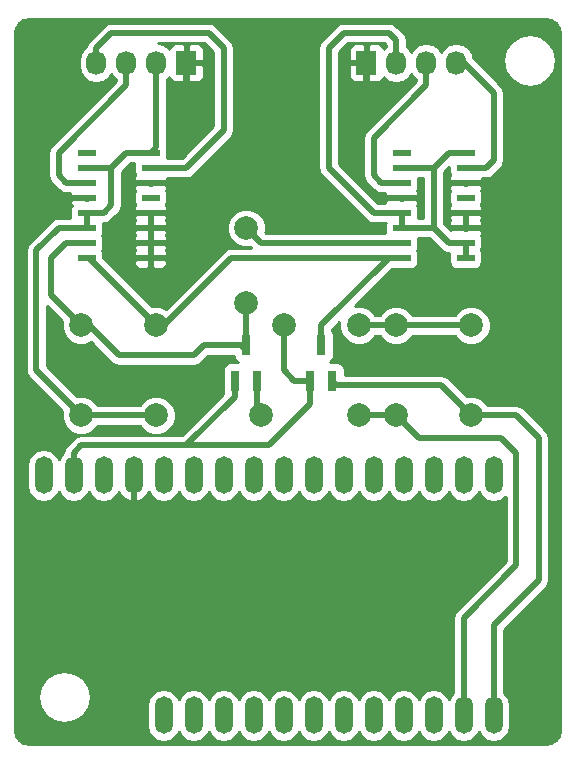
<source format=gbr>
G04 #@! TF.FileFunction,Copper,L1,Top,Signal*
%FSLAX46Y46*%
G04 Gerber Fmt 4.6, Leading zero omitted, Abs format (unit mm)*
G04 Created by KiCad (PCBNEW 4.0.2+dfsg1-stable) date lun. 19 sept. 2016 21:19:05 CEST*
%MOMM*%
G01*
G04 APERTURE LIST*
%ADD10C,0.020000*%
%ADD11O,1.524000X3.175000*%
%ADD12R,1.727200X2.032000*%
%ADD13O,1.727200X2.032000*%
%ADD14R,0.800100X1.800860*%
%ADD15C,1.998980*%
%ADD16R,1.500000X0.600000*%
%ADD17C,2.000000*%
%ADD18C,0.500000*%
%ADD19C,0.254000*%
G04 APERTURE END LIST*
D10*
D11*
X3175000Y23495000D03*
X5715000Y23495000D03*
X8255000Y23495000D03*
X10795000Y23495000D03*
X13335000Y23495000D03*
X15875000Y23495000D03*
X18415000Y23495000D03*
X20955000Y23495000D03*
X23495000Y23495000D03*
X26035000Y23495000D03*
X28575000Y23495000D03*
X31115000Y23495000D03*
X33655000Y23495000D03*
X36195000Y23495000D03*
X38735000Y23495000D03*
X41275000Y23495000D03*
X38735000Y3175000D03*
X36195000Y3175000D03*
X33655000Y3175000D03*
X31115000Y3175000D03*
X28575000Y3175000D03*
X26035000Y3175000D03*
X23495000Y3175000D03*
X20955000Y3175000D03*
X18415000Y3175000D03*
X15875000Y3175000D03*
X13335000Y3175000D03*
X41275000Y3175000D03*
D12*
X15240000Y58420000D03*
D13*
X12700000Y58420000D03*
X10160000Y58420000D03*
X7620000Y58420000D03*
D12*
X30480000Y58420000D03*
D13*
X33020000Y58420000D03*
X35560000Y58420000D03*
X38100000Y58420000D03*
D14*
X19370000Y31518860D03*
X21270000Y31518860D03*
X20320000Y34521140D03*
X25720000Y31518860D03*
X27620000Y31518860D03*
X26670000Y34521140D03*
D15*
X33020000Y36195000D03*
X33020000Y28575000D03*
X39370000Y36195000D03*
X39370000Y28575000D03*
X6350000Y28575000D03*
X6350000Y36195000D03*
X12700000Y28575000D03*
X12700000Y36195000D03*
D16*
X6825000Y50800000D03*
X6825000Y49530000D03*
X6825000Y48260000D03*
X6825000Y46990000D03*
X6825000Y45720000D03*
X6825000Y44450000D03*
X6825000Y43180000D03*
X6825000Y41910000D03*
X12225000Y41910000D03*
X12225000Y43180000D03*
X12225000Y44450000D03*
X12225000Y45720000D03*
X12225000Y46990000D03*
X12225000Y48260000D03*
X12225000Y49530000D03*
X12225000Y50800000D03*
X33495000Y50800000D03*
X33495000Y49530000D03*
X33495000Y48260000D03*
X33495000Y46990000D03*
X33495000Y45720000D03*
X33495000Y44450000D03*
X33495000Y43180000D03*
X33495000Y41910000D03*
X38895000Y41910000D03*
X38895000Y43180000D03*
X38895000Y44450000D03*
X38895000Y45720000D03*
X38895000Y46990000D03*
X38895000Y48260000D03*
X38895000Y49530000D03*
X38895000Y50800000D03*
D17*
X23495000Y36195000D03*
X29845000Y36195000D03*
X30480000Y55245000D03*
X24765000Y55245000D03*
X20955000Y55245000D03*
X15240000Y55245000D03*
X21590000Y28575000D03*
X29845000Y28575000D03*
X20320000Y44450000D03*
X20320000Y38100000D03*
D18*
X33020000Y36195000D02*
X29845000Y36195000D01*
X24361140Y31518860D02*
X25720000Y31518860D01*
X23495000Y32385000D02*
X24361140Y31518860D01*
X23495000Y36195000D02*
X23495000Y32385000D01*
X25720000Y31518860D02*
X25720000Y29530000D01*
X25720000Y29530000D02*
X22225000Y26035000D01*
X22225000Y26035000D02*
X15240000Y26035000D01*
X39370000Y36195000D02*
X33020000Y36195000D01*
X19370000Y31518860D02*
X19370000Y30165000D01*
X5715000Y25400000D02*
X5715000Y23495000D01*
X6350000Y26035000D02*
X5715000Y25400000D01*
X15240000Y26035000D02*
X6350000Y26035000D01*
X19370000Y30165000D02*
X15240000Y26035000D01*
X5715000Y23495000D02*
X5715000Y24765000D01*
X15240000Y58420000D02*
X15240000Y55245000D01*
X30480000Y55245000D02*
X30480000Y58420000D01*
X20955000Y55245000D02*
X24765000Y55245000D01*
X38735000Y3175000D02*
X38735000Y11430000D01*
X34925000Y26670000D02*
X33020000Y28575000D01*
X41910000Y26670000D02*
X34925000Y26670000D01*
X43180000Y25400000D02*
X41910000Y26670000D01*
X43180000Y15875000D02*
X43180000Y25400000D01*
X38735000Y11430000D02*
X43180000Y15875000D01*
X21270000Y31518860D02*
X21270000Y28895000D01*
X21270000Y28895000D02*
X21590000Y28575000D01*
X29845000Y28575000D02*
X33020000Y28575000D01*
X38735000Y3175000D02*
X38735000Y4445000D01*
X41275000Y3175000D02*
X41275000Y10795000D01*
X43180000Y28575000D02*
X39370000Y28575000D01*
X45085000Y26670000D02*
X43180000Y28575000D01*
X45085000Y14605000D02*
X45085000Y26670000D01*
X41275000Y10795000D02*
X45085000Y14605000D01*
X39370000Y28575000D02*
X36830000Y31115000D01*
X36830000Y31115000D02*
X28023860Y31115000D01*
X28023860Y31115000D02*
X27620000Y31518860D01*
X41275000Y3175000D02*
X41275000Y3810000D01*
X6825000Y49530000D02*
X8890000Y49530000D01*
X6350000Y28575000D02*
X12700000Y28575000D01*
X6350000Y28575000D02*
X2540000Y32385000D01*
X4445000Y44450000D02*
X6825000Y44450000D01*
X2540000Y42545000D02*
X4445000Y44450000D01*
X2540000Y32385000D02*
X2540000Y42545000D01*
X6825000Y45720000D02*
X6825000Y44450000D01*
X8890000Y49530000D02*
X8890000Y46355000D01*
X8255000Y45720000D02*
X6825000Y45720000D01*
X8890000Y46355000D02*
X8255000Y45720000D01*
X12225000Y50800000D02*
X10160000Y50800000D01*
X8890000Y49530000D02*
X7620000Y49530000D01*
X10160000Y50800000D02*
X8890000Y49530000D01*
X12700000Y58420000D02*
X12700000Y51275000D01*
X12700000Y51275000D02*
X12225000Y50800000D01*
X10160000Y58420000D02*
X10160000Y56515000D01*
X5080000Y48260000D02*
X6825000Y48260000D01*
X4445000Y48895000D02*
X5080000Y48260000D01*
X4445000Y50800000D02*
X4445000Y48895000D01*
X10160000Y56515000D02*
X4445000Y50800000D01*
X7620000Y58420000D02*
X7620000Y59690000D01*
X15240000Y49530000D02*
X12225000Y49530000D01*
X18415000Y52705000D02*
X15240000Y49530000D01*
X18415000Y59690000D02*
X18415000Y52705000D01*
X17145000Y60960000D02*
X18415000Y59690000D01*
X8890000Y60960000D02*
X17145000Y60960000D01*
X7620000Y59690000D02*
X8890000Y60960000D01*
X36195000Y49530000D02*
X36195000Y44450000D01*
X33495000Y44450000D02*
X36195000Y44450000D01*
X37465000Y43180000D02*
X38895000Y43180000D01*
X36195000Y44450000D02*
X37465000Y43180000D01*
X38895000Y50800000D02*
X37465000Y50800000D01*
X36195000Y49530000D02*
X33495000Y49530000D01*
X37465000Y50800000D02*
X36195000Y49530000D01*
X38895000Y43180000D02*
X38895000Y41910000D01*
X33495000Y45720000D02*
X33495000Y44450000D01*
X33020000Y58420000D02*
X33020000Y60325000D01*
X31115000Y45720000D02*
X33495000Y45720000D01*
X27305000Y49530000D02*
X31115000Y45720000D01*
X27305000Y59690000D02*
X27305000Y49530000D01*
X28575000Y60960000D02*
X27305000Y59690000D01*
X32385000Y60960000D02*
X28575000Y60960000D01*
X33020000Y60325000D02*
X32385000Y60960000D01*
X35560000Y58420000D02*
X35560000Y56515000D01*
X31750000Y48260000D02*
X33495000Y48260000D01*
X31115000Y48895000D02*
X31750000Y48260000D01*
X31115000Y52070000D02*
X31115000Y48895000D01*
X35560000Y56515000D02*
X31115000Y52070000D01*
X38100000Y58420000D02*
X38735000Y58420000D01*
X38735000Y58420000D02*
X41275000Y55880000D01*
X41275000Y55880000D02*
X41275000Y50165000D01*
X41275000Y50165000D02*
X40640000Y49530000D01*
X40640000Y49530000D02*
X38895000Y49530000D01*
X20320000Y34521140D02*
X20320000Y38100000D01*
X21590000Y43180000D02*
X33495000Y43180000D01*
X20320000Y44450000D02*
X21590000Y43180000D01*
X6350000Y36195000D02*
X6985000Y36195000D01*
X6985000Y36195000D02*
X9525000Y33655000D01*
X16741140Y34521140D02*
X20320000Y34521140D01*
X15875000Y33655000D02*
X16741140Y34521140D01*
X9525000Y33655000D02*
X15875000Y33655000D01*
X6350000Y36195000D02*
X3810000Y38735000D01*
X5080000Y43180000D02*
X6825000Y43180000D01*
X3810000Y41910000D02*
X5080000Y43180000D01*
X3810000Y38735000D02*
X3810000Y41910000D01*
X20088860Y34290000D02*
X20320000Y34521140D01*
X12700000Y36195000D02*
X13335000Y36195000D01*
X13335000Y36195000D02*
X19050000Y41910000D01*
X19050000Y41910000D02*
X33495000Y41910000D01*
X33495000Y41910000D02*
X32385000Y41910000D01*
X26670000Y36195000D02*
X26670000Y34521140D01*
X32385000Y41910000D02*
X26670000Y36195000D01*
X6825000Y41910000D02*
X6985000Y41910000D01*
X6985000Y41910000D02*
X12700000Y36195000D01*
X26670000Y34521140D02*
X26670000Y35085000D01*
D19*
G36*
X46162228Y62027637D02*
X46537131Y61777134D01*
X46787637Y61402227D01*
X46890000Y60887610D01*
X46890000Y1977390D01*
X46787637Y1462773D01*
X46537131Y1087866D01*
X46162228Y837363D01*
X45647610Y735000D01*
X1977390Y735000D01*
X1462773Y837363D01*
X1087866Y1087869D01*
X837363Y1462772D01*
X762000Y1841651D01*
X762000Y4745000D01*
X2675000Y4745000D01*
X2845129Y3889703D01*
X3329616Y3164616D01*
X4054703Y2680129D01*
X4910000Y2510000D01*
X5765297Y2680129D01*
X6490384Y3164616D01*
X6974871Y3889703D01*
X7145000Y4745000D01*
X6974871Y5600297D01*
X6490384Y6325384D01*
X5765297Y6809871D01*
X4910000Y6980000D01*
X4054703Y6809871D01*
X3329616Y6325384D01*
X2845129Y5600297D01*
X2675000Y4745000D01*
X762000Y4745000D01*
X762000Y42545000D01*
X1654999Y42545000D01*
X1655000Y42544995D01*
X1655000Y32385005D01*
X1654999Y32385000D01*
X1702809Y32144650D01*
X1722367Y32046325D01*
X1914210Y31759210D01*
X4732248Y28941173D01*
X4715794Y28901547D01*
X4715226Y28251306D01*
X4963538Y27650345D01*
X5422927Y27190154D01*
X6023453Y26940794D01*
X6673694Y26940226D01*
X7274655Y27188538D01*
X7734846Y27647927D01*
X7752316Y27690000D01*
X11297153Y27690000D01*
X11313538Y27650345D01*
X11772927Y27190154D01*
X12373453Y26940794D01*
X13023694Y26940226D01*
X13624655Y27188538D01*
X14084846Y27647927D01*
X14334206Y28248453D01*
X14334774Y28898694D01*
X14086462Y29499655D01*
X13627073Y29959846D01*
X13026547Y30209206D01*
X12376306Y30209774D01*
X11775345Y29961462D01*
X11315154Y29502073D01*
X11297684Y29460000D01*
X7752847Y29460000D01*
X7736462Y29499655D01*
X7277073Y29959846D01*
X6676547Y30209206D01*
X6026306Y30209774D01*
X5984202Y30192377D01*
X3425000Y32751580D01*
X3425000Y37868420D01*
X4732248Y36561173D01*
X4715794Y36521547D01*
X4715226Y35871306D01*
X4963538Y35270345D01*
X5422927Y34810154D01*
X6023453Y34560794D01*
X6673694Y34560226D01*
X7165135Y34763285D01*
X8899208Y33029213D01*
X8899210Y33029210D01*
X9186325Y32837367D01*
X9525000Y32770000D01*
X15874995Y32770000D01*
X15875000Y32769999D01*
X16157484Y32826190D01*
X16213675Y32837367D01*
X16500790Y33029210D01*
X16500791Y33029211D01*
X17107719Y33636140D01*
X19272510Y33636140D01*
X19272510Y33620710D01*
X19316788Y33385393D01*
X19455860Y33169269D01*
X19605931Y33066730D01*
X18969950Y33066730D01*
X18734633Y33022452D01*
X18518509Y32883380D01*
X18373519Y32671180D01*
X18322510Y32419290D01*
X18322510Y30618430D01*
X18361997Y30408576D01*
X14873420Y26920000D01*
X6350005Y26920000D01*
X6350000Y26920001D01*
X6011326Y26852634D01*
X6011324Y26852633D01*
X6011325Y26852633D01*
X5724210Y26660790D01*
X5724208Y26660787D01*
X5089210Y26025790D01*
X4897367Y25738675D01*
X4897367Y25738674D01*
X4834719Y25423730D01*
X4727172Y25351869D01*
X4445000Y24929570D01*
X4162828Y25351869D01*
X3709609Y25654701D01*
X3175000Y25761041D01*
X2640391Y25654701D01*
X2187172Y25351869D01*
X1884340Y24898650D01*
X1778000Y24364041D01*
X1778000Y22625959D01*
X1884340Y22091350D01*
X2187172Y21638131D01*
X2640391Y21335299D01*
X3175000Y21228959D01*
X3709609Y21335299D01*
X4162828Y21638131D01*
X4445000Y22060430D01*
X4727172Y21638131D01*
X5180391Y21335299D01*
X5715000Y21228959D01*
X6249609Y21335299D01*
X6702828Y21638131D01*
X6985000Y22060430D01*
X7267172Y21638131D01*
X7720391Y21335299D01*
X8255000Y21228959D01*
X8789609Y21335299D01*
X9242828Y21638131D01*
X9535603Y22076299D01*
X9552941Y22017559D01*
X9896974Y21591870D01*
X10377723Y21330240D01*
X10451930Y21315280D01*
X10668000Y21437780D01*
X10668000Y23368000D01*
X10648000Y23368000D01*
X10648000Y23622000D01*
X10668000Y23622000D01*
X10668000Y23642000D01*
X10922000Y23642000D01*
X10922000Y23622000D01*
X10942000Y23622000D01*
X10942000Y23368000D01*
X10922000Y23368000D01*
X10922000Y21437780D01*
X11138070Y21315280D01*
X11212277Y21330240D01*
X11693026Y21591870D01*
X12037059Y22017559D01*
X12054397Y22076299D01*
X12347172Y21638131D01*
X12800391Y21335299D01*
X13335000Y21228959D01*
X13869609Y21335299D01*
X14322828Y21638131D01*
X14605000Y22060430D01*
X14887172Y21638131D01*
X15340391Y21335299D01*
X15875000Y21228959D01*
X16409609Y21335299D01*
X16862828Y21638131D01*
X17145000Y22060430D01*
X17427172Y21638131D01*
X17880391Y21335299D01*
X18415000Y21228959D01*
X18949609Y21335299D01*
X19402828Y21638131D01*
X19685000Y22060430D01*
X19967172Y21638131D01*
X20420391Y21335299D01*
X20955000Y21228959D01*
X21489609Y21335299D01*
X21942828Y21638131D01*
X22225000Y22060430D01*
X22507172Y21638131D01*
X22960391Y21335299D01*
X23495000Y21228959D01*
X24029609Y21335299D01*
X24482828Y21638131D01*
X24765000Y22060430D01*
X25047172Y21638131D01*
X25500391Y21335299D01*
X26035000Y21228959D01*
X26569609Y21335299D01*
X27022828Y21638131D01*
X27305000Y22060430D01*
X27587172Y21638131D01*
X28040391Y21335299D01*
X28575000Y21228959D01*
X29109609Y21335299D01*
X29562828Y21638131D01*
X29845000Y22060430D01*
X30127172Y21638131D01*
X30580391Y21335299D01*
X31115000Y21228959D01*
X31649609Y21335299D01*
X32102828Y21638131D01*
X32385000Y22060430D01*
X32667172Y21638131D01*
X33120391Y21335299D01*
X33655000Y21228959D01*
X34189609Y21335299D01*
X34642828Y21638131D01*
X34925000Y22060430D01*
X35207172Y21638131D01*
X35660391Y21335299D01*
X36195000Y21228959D01*
X36729609Y21335299D01*
X37182828Y21638131D01*
X37465000Y22060430D01*
X37747172Y21638131D01*
X38200391Y21335299D01*
X38735000Y21228959D01*
X39269609Y21335299D01*
X39722828Y21638131D01*
X40005000Y22060430D01*
X40287172Y21638131D01*
X40740391Y21335299D01*
X41275000Y21228959D01*
X41809609Y21335299D01*
X42262828Y21638131D01*
X42295000Y21686280D01*
X42295000Y16241579D01*
X38109210Y12055790D01*
X37917367Y11768675D01*
X37917367Y11768674D01*
X37849999Y11430000D01*
X37850000Y11429995D01*
X37850000Y5100577D01*
X37747172Y5031869D01*
X37465000Y4609570D01*
X37182828Y5031869D01*
X36729609Y5334701D01*
X36195000Y5441041D01*
X35660391Y5334701D01*
X35207172Y5031869D01*
X34925000Y4609570D01*
X34642828Y5031869D01*
X34189609Y5334701D01*
X33655000Y5441041D01*
X33120391Y5334701D01*
X32667172Y5031869D01*
X32385000Y4609570D01*
X32102828Y5031869D01*
X31649609Y5334701D01*
X31115000Y5441041D01*
X30580391Y5334701D01*
X30127172Y5031869D01*
X29845000Y4609570D01*
X29562828Y5031869D01*
X29109609Y5334701D01*
X28575000Y5441041D01*
X28040391Y5334701D01*
X27587172Y5031869D01*
X27305000Y4609570D01*
X27022828Y5031869D01*
X26569609Y5334701D01*
X26035000Y5441041D01*
X25500391Y5334701D01*
X25047172Y5031869D01*
X24765000Y4609570D01*
X24482828Y5031869D01*
X24029609Y5334701D01*
X23495000Y5441041D01*
X22960391Y5334701D01*
X22507172Y5031869D01*
X22225000Y4609570D01*
X21942828Y5031869D01*
X21489609Y5334701D01*
X20955000Y5441041D01*
X20420391Y5334701D01*
X19967172Y5031869D01*
X19685000Y4609570D01*
X19402828Y5031869D01*
X18949609Y5334701D01*
X18415000Y5441041D01*
X17880391Y5334701D01*
X17427172Y5031869D01*
X17145000Y4609570D01*
X16862828Y5031869D01*
X16409609Y5334701D01*
X15875000Y5441041D01*
X15340391Y5334701D01*
X14887172Y5031869D01*
X14605000Y4609570D01*
X14322828Y5031869D01*
X13869609Y5334701D01*
X13335000Y5441041D01*
X12800391Y5334701D01*
X12347172Y5031869D01*
X12044340Y4578650D01*
X11938000Y4044041D01*
X11938000Y2305959D01*
X12044340Y1771350D01*
X12347172Y1318131D01*
X12800391Y1015299D01*
X13335000Y908959D01*
X13869609Y1015299D01*
X14322828Y1318131D01*
X14605000Y1740430D01*
X14887172Y1318131D01*
X15340391Y1015299D01*
X15875000Y908959D01*
X16409609Y1015299D01*
X16862828Y1318131D01*
X17145000Y1740430D01*
X17427172Y1318131D01*
X17880391Y1015299D01*
X18415000Y908959D01*
X18949609Y1015299D01*
X19402828Y1318131D01*
X19685000Y1740430D01*
X19967172Y1318131D01*
X20420391Y1015299D01*
X20955000Y908959D01*
X21489609Y1015299D01*
X21942828Y1318131D01*
X22225000Y1740430D01*
X22507172Y1318131D01*
X22960391Y1015299D01*
X23495000Y908959D01*
X24029609Y1015299D01*
X24482828Y1318131D01*
X24765000Y1740430D01*
X25047172Y1318131D01*
X25500391Y1015299D01*
X26035000Y908959D01*
X26569609Y1015299D01*
X27022828Y1318131D01*
X27305000Y1740430D01*
X27587172Y1318131D01*
X28040391Y1015299D01*
X28575000Y908959D01*
X29109609Y1015299D01*
X29562828Y1318131D01*
X29845000Y1740430D01*
X30127172Y1318131D01*
X30580391Y1015299D01*
X31115000Y908959D01*
X31649609Y1015299D01*
X32102828Y1318131D01*
X32385000Y1740430D01*
X32667172Y1318131D01*
X33120391Y1015299D01*
X33655000Y908959D01*
X34189609Y1015299D01*
X34642828Y1318131D01*
X34925000Y1740430D01*
X35207172Y1318131D01*
X35660391Y1015299D01*
X36195000Y908959D01*
X36729609Y1015299D01*
X37182828Y1318131D01*
X37465000Y1740430D01*
X37747172Y1318131D01*
X38200391Y1015299D01*
X38735000Y908959D01*
X39269609Y1015299D01*
X39722828Y1318131D01*
X40005000Y1740430D01*
X40287172Y1318131D01*
X40740391Y1015299D01*
X41275000Y908959D01*
X41809609Y1015299D01*
X42262828Y1318131D01*
X42565660Y1771350D01*
X42672000Y2305959D01*
X42672000Y4044041D01*
X42565660Y4578650D01*
X42262828Y5031869D01*
X42160000Y5100577D01*
X42160000Y10428420D01*
X45710787Y13979208D01*
X45710790Y13979210D01*
X45902633Y14266325D01*
X45913810Y14322516D01*
X45970001Y14605000D01*
X45970000Y14605005D01*
X45970000Y26669995D01*
X45970001Y26670000D01*
X45902633Y27008674D01*
X45902633Y27008675D01*
X45710790Y27295790D01*
X45710787Y27295792D01*
X43805790Y29200790D01*
X43687243Y29280000D01*
X43518675Y29392633D01*
X43462484Y29403810D01*
X43180000Y29460001D01*
X43179995Y29460000D01*
X40772847Y29460000D01*
X40756462Y29499655D01*
X40297073Y29959846D01*
X39696547Y30209206D01*
X39046306Y30209774D01*
X39004202Y30192377D01*
X37455790Y31740790D01*
X37281069Y31857534D01*
X37168675Y31932633D01*
X37112484Y31943810D01*
X36830000Y32000001D01*
X36829995Y32000000D01*
X28667490Y32000000D01*
X28667490Y32419290D01*
X28623212Y32654607D01*
X28484140Y32870731D01*
X28271940Y33015721D01*
X28020050Y33066730D01*
X27381798Y33066730D01*
X27521491Y33156620D01*
X27666481Y33368820D01*
X27717490Y33620710D01*
X27717490Y35421570D01*
X27673212Y35656887D01*
X27559766Y35833186D01*
X28210251Y36483671D01*
X28209716Y35871205D01*
X28458106Y35270057D01*
X28917637Y34809722D01*
X29518352Y34560284D01*
X30168795Y34559716D01*
X30769943Y34808106D01*
X31230278Y35267637D01*
X31247869Y35310000D01*
X31617153Y35310000D01*
X31633538Y35270345D01*
X32092927Y34810154D01*
X32693453Y34560794D01*
X33343694Y34560226D01*
X33944655Y34808538D01*
X34404846Y35267927D01*
X34422316Y35310000D01*
X37967153Y35310000D01*
X37983538Y35270345D01*
X38442927Y34810154D01*
X39043453Y34560794D01*
X39693694Y34560226D01*
X40294655Y34808538D01*
X40754846Y35267927D01*
X41004206Y35868453D01*
X41004774Y36518694D01*
X40756462Y37119655D01*
X40297073Y37579846D01*
X39696547Y37829206D01*
X39046306Y37829774D01*
X38445345Y37581462D01*
X37985154Y37122073D01*
X37967684Y37080000D01*
X34422847Y37080000D01*
X34406462Y37119655D01*
X33947073Y37579846D01*
X33346547Y37829206D01*
X32696306Y37829774D01*
X32095345Y37581462D01*
X31635154Y37122073D01*
X31617684Y37080000D01*
X31248398Y37080000D01*
X31231894Y37119943D01*
X30772363Y37580278D01*
X30171648Y37829716D01*
X29556832Y37830253D01*
X32698546Y40971967D01*
X32745000Y40962560D01*
X34245000Y40962560D01*
X34480317Y41006838D01*
X34696441Y41145910D01*
X34841431Y41358110D01*
X34892440Y41610000D01*
X34892440Y42210000D01*
X34848162Y42445317D01*
X34784322Y42544528D01*
X34841431Y42628110D01*
X34892440Y42880000D01*
X34892440Y43480000D01*
X34876446Y43565000D01*
X35828420Y43565000D01*
X36839208Y42554213D01*
X36839210Y42554210D01*
X37046192Y42415910D01*
X37126325Y42362367D01*
X37465000Y42294999D01*
X37465005Y42295000D01*
X37514773Y42295000D01*
X37497560Y42210000D01*
X37497560Y41610000D01*
X37541838Y41374683D01*
X37680910Y41158559D01*
X37893110Y41013569D01*
X38145000Y40962560D01*
X39645000Y40962560D01*
X39880317Y41006838D01*
X40096441Y41145910D01*
X40241431Y41358110D01*
X40292440Y41610000D01*
X40292440Y42210000D01*
X40248162Y42445317D01*
X40184322Y42544528D01*
X40241431Y42628110D01*
X40292440Y42880000D01*
X40292440Y43480000D01*
X40248162Y43715317D01*
X40189822Y43805980D01*
X40280000Y44023690D01*
X40280000Y44164250D01*
X40121250Y44323000D01*
X39022000Y44323000D01*
X39022000Y44303000D01*
X38768000Y44303000D01*
X38768000Y44323000D01*
X37668750Y44323000D01*
X37621165Y44275415D01*
X37080000Y44816580D01*
X37080000Y45434250D01*
X37510000Y45434250D01*
X37510000Y45293690D01*
X37596442Y45085000D01*
X37510000Y44876310D01*
X37510000Y44735750D01*
X37668750Y44577000D01*
X38768000Y44577000D01*
X38768000Y45593000D01*
X39022000Y45593000D01*
X39022000Y44577000D01*
X40121250Y44577000D01*
X40280000Y44735750D01*
X40280000Y44876310D01*
X40193558Y45085000D01*
X40280000Y45293690D01*
X40280000Y45434250D01*
X40121250Y45593000D01*
X39022000Y45593000D01*
X38768000Y45593000D01*
X37668750Y45593000D01*
X37510000Y45434250D01*
X37080000Y45434250D01*
X37080000Y47290000D01*
X37497560Y47290000D01*
X37497560Y46690000D01*
X37541838Y46454683D01*
X37600178Y46364020D01*
X37510000Y46146310D01*
X37510000Y46005750D01*
X37668750Y45847000D01*
X38768000Y45847000D01*
X38768000Y45867000D01*
X39022000Y45867000D01*
X39022000Y45847000D01*
X40121250Y45847000D01*
X40280000Y46005750D01*
X40280000Y46146310D01*
X40190194Y46363122D01*
X40241431Y46438110D01*
X40292440Y46690000D01*
X40292440Y47290000D01*
X40248162Y47525317D01*
X40189822Y47615980D01*
X40280000Y47833690D01*
X40280000Y47974250D01*
X40121250Y48133000D01*
X39022000Y48133000D01*
X39022000Y48113000D01*
X38768000Y48113000D01*
X38768000Y48133000D01*
X37668750Y48133000D01*
X37510000Y47974250D01*
X37510000Y47833690D01*
X37599806Y47616878D01*
X37548569Y47541890D01*
X37497560Y47290000D01*
X37080000Y47290000D01*
X37080000Y49163420D01*
X37497560Y49580981D01*
X37497560Y49230000D01*
X37541838Y48994683D01*
X37600178Y48904020D01*
X37510000Y48686310D01*
X37510000Y48545750D01*
X37668750Y48387000D01*
X38768000Y48387000D01*
X38768000Y48407000D01*
X39022000Y48407000D01*
X39022000Y48387000D01*
X40121250Y48387000D01*
X40280000Y48545750D01*
X40280000Y48645000D01*
X40639995Y48645000D01*
X40640000Y48644999D01*
X40922484Y48701190D01*
X40978675Y48712367D01*
X41265790Y48904210D01*
X41900787Y49539208D01*
X41900790Y49539210D01*
X42028975Y49731054D01*
X42092634Y49826326D01*
X42160001Y50165000D01*
X42160000Y50165005D01*
X42160000Y55880000D01*
X42092633Y56218675D01*
X41900790Y56505790D01*
X41900787Y56505792D01*
X39771580Y58635000D01*
X42090000Y58635000D01*
X42260129Y57779703D01*
X42744616Y57054616D01*
X43469703Y56570129D01*
X44325000Y56400000D01*
X45180297Y56570129D01*
X45905384Y57054616D01*
X46389871Y57779703D01*
X46560000Y58635000D01*
X46389871Y59490297D01*
X45905384Y60215384D01*
X45180297Y60699871D01*
X44325000Y60870000D01*
X43469703Y60699871D01*
X42744616Y60215384D01*
X42260129Y59490297D01*
X42090000Y58635000D01*
X39771580Y58635000D01*
X39548136Y58858444D01*
X39484526Y59178234D01*
X39159670Y59664415D01*
X38673489Y59989271D01*
X38100000Y60103345D01*
X37526511Y59989271D01*
X37040330Y59664415D01*
X36830000Y59349634D01*
X36619670Y59664415D01*
X36133489Y59989271D01*
X35560000Y60103345D01*
X34986511Y59989271D01*
X34500330Y59664415D01*
X34290000Y59349634D01*
X34079670Y59664415D01*
X33905000Y59781126D01*
X33905000Y60324995D01*
X33905001Y60325000D01*
X33837634Y60663674D01*
X33735446Y60816609D01*
X33645790Y60950790D01*
X33645787Y60950792D01*
X33010790Y61585790D01*
X32931079Y61639051D01*
X32723675Y61777633D01*
X32667484Y61788810D01*
X32385000Y61845001D01*
X32384995Y61845000D01*
X28575005Y61845000D01*
X28575000Y61845001D01*
X28236325Y61777633D01*
X27949210Y61585790D01*
X27949208Y61585787D01*
X26679210Y60315790D01*
X26487367Y60028675D01*
X26487367Y60028674D01*
X26419999Y59690000D01*
X26420000Y59689995D01*
X26420000Y49530005D01*
X26419999Y49530000D01*
X26456328Y49347367D01*
X26487367Y49191325D01*
X26599109Y49024090D01*
X26679210Y48904210D01*
X30489208Y45094213D01*
X30489210Y45094210D01*
X30776325Y44902367D01*
X30832516Y44891190D01*
X31115000Y44834999D01*
X31115005Y44835000D01*
X32114773Y44835000D01*
X32097560Y44750000D01*
X32097560Y44150000D01*
X32113554Y44065000D01*
X21956579Y44065000D01*
X21938142Y44083437D01*
X21954716Y44123352D01*
X21955284Y44773795D01*
X21706894Y45374943D01*
X21247363Y45835278D01*
X20646648Y46084716D01*
X19996205Y46085284D01*
X19395057Y45836894D01*
X18934722Y45377363D01*
X18685284Y44776648D01*
X18684716Y44126205D01*
X18933106Y43525057D01*
X19392637Y43064722D01*
X19993352Y42815284D01*
X20643795Y42814716D01*
X20686188Y42832233D01*
X20723421Y42795000D01*
X19050005Y42795000D01*
X19050000Y42795001D01*
X18711326Y42727634D01*
X18631192Y42674090D01*
X18424210Y42535790D01*
X18424208Y42535787D01*
X13514861Y37626441D01*
X13026547Y37829206D01*
X12376306Y37829774D01*
X12334202Y37812377D01*
X8522330Y41624250D01*
X10840000Y41624250D01*
X10840000Y41483690D01*
X10936673Y41250301D01*
X11115302Y41071673D01*
X11348691Y40975000D01*
X11939250Y40975000D01*
X12098000Y41133750D01*
X12098000Y41783000D01*
X12352000Y41783000D01*
X12352000Y41133750D01*
X12510750Y40975000D01*
X13101309Y40975000D01*
X13334698Y41071673D01*
X13513327Y41250301D01*
X13610000Y41483690D01*
X13610000Y41624250D01*
X13451250Y41783000D01*
X12352000Y41783000D01*
X12098000Y41783000D01*
X10998750Y41783000D01*
X10840000Y41624250D01*
X8522330Y41624250D01*
X8222440Y41924140D01*
X8222440Y42210000D01*
X8178162Y42445317D01*
X8114322Y42544528D01*
X8171431Y42628110D01*
X8222440Y42880000D01*
X8222440Y42894250D01*
X10840000Y42894250D01*
X10840000Y42753690D01*
X10926442Y42545000D01*
X10840000Y42336310D01*
X10840000Y42195750D01*
X10998750Y42037000D01*
X12098000Y42037000D01*
X12098000Y43053000D01*
X12352000Y43053000D01*
X12352000Y42037000D01*
X13451250Y42037000D01*
X13610000Y42195750D01*
X13610000Y42336310D01*
X13523558Y42545000D01*
X13610000Y42753690D01*
X13610000Y42894250D01*
X13451250Y43053000D01*
X12352000Y43053000D01*
X12098000Y43053000D01*
X10998750Y43053000D01*
X10840000Y42894250D01*
X8222440Y42894250D01*
X8222440Y43480000D01*
X8178162Y43715317D01*
X8114322Y43814528D01*
X8171431Y43898110D01*
X8222440Y44150000D01*
X8222440Y44164250D01*
X10840000Y44164250D01*
X10840000Y44023690D01*
X10926442Y43815000D01*
X10840000Y43606310D01*
X10840000Y43465750D01*
X10998750Y43307000D01*
X12098000Y43307000D01*
X12098000Y44323000D01*
X12352000Y44323000D01*
X12352000Y43307000D01*
X13451250Y43307000D01*
X13610000Y43465750D01*
X13610000Y43606310D01*
X13523558Y43815000D01*
X13610000Y44023690D01*
X13610000Y44164250D01*
X13451250Y44323000D01*
X12352000Y44323000D01*
X12098000Y44323000D01*
X10998750Y44323000D01*
X10840000Y44164250D01*
X8222440Y44164250D01*
X8222440Y44750000D01*
X8206446Y44835000D01*
X8254995Y44835000D01*
X8255000Y44834999D01*
X8537484Y44891190D01*
X8593675Y44902367D01*
X8880790Y45094210D01*
X9220829Y45434250D01*
X10840000Y45434250D01*
X10840000Y45293690D01*
X10926442Y45085000D01*
X10840000Y44876310D01*
X10840000Y44735750D01*
X10998750Y44577000D01*
X12098000Y44577000D01*
X12098000Y45593000D01*
X12352000Y45593000D01*
X12352000Y44577000D01*
X13451250Y44577000D01*
X13610000Y44735750D01*
X13610000Y44876310D01*
X13523558Y45085000D01*
X13610000Y45293690D01*
X13610000Y45434250D01*
X13451250Y45593000D01*
X12352000Y45593000D01*
X12098000Y45593000D01*
X10998750Y45593000D01*
X10840000Y45434250D01*
X9220829Y45434250D01*
X9515787Y45729208D01*
X9515790Y45729210D01*
X9707633Y46016325D01*
X9707634Y46016326D01*
X9775001Y46355000D01*
X9775000Y46355005D01*
X9775000Y47290000D01*
X10827560Y47290000D01*
X10827560Y46690000D01*
X10871838Y46454683D01*
X10930178Y46364020D01*
X10840000Y46146310D01*
X10840000Y46005750D01*
X10998750Y45847000D01*
X12098000Y45847000D01*
X12098000Y45867000D01*
X12352000Y45867000D01*
X12352000Y45847000D01*
X13451250Y45847000D01*
X13610000Y46005750D01*
X13610000Y46146310D01*
X13520194Y46363122D01*
X13571431Y46438110D01*
X13622440Y46690000D01*
X13622440Y47290000D01*
X13578162Y47525317D01*
X13519822Y47615980D01*
X13610000Y47833690D01*
X13610000Y47974250D01*
X13451250Y48133000D01*
X12352000Y48133000D01*
X12352000Y48113000D01*
X12098000Y48113000D01*
X12098000Y48133000D01*
X10998750Y48133000D01*
X10840000Y47974250D01*
X10840000Y47833690D01*
X10929806Y47616878D01*
X10878569Y47541890D01*
X10827560Y47290000D01*
X9775000Y47290000D01*
X9775000Y49163420D01*
X10526579Y49915000D01*
X10844773Y49915000D01*
X10827560Y49830000D01*
X10827560Y49230000D01*
X10871838Y48994683D01*
X10930178Y48904020D01*
X10840000Y48686310D01*
X10840000Y48545750D01*
X10998750Y48387000D01*
X12098000Y48387000D01*
X12098000Y48407000D01*
X12352000Y48407000D01*
X12352000Y48387000D01*
X13451250Y48387000D01*
X13610000Y48545750D01*
X13610000Y48645000D01*
X15239995Y48645000D01*
X15240000Y48644999D01*
X15522484Y48701190D01*
X15578675Y48712367D01*
X15865790Y48904210D01*
X19040787Y52079208D01*
X19040790Y52079210D01*
X19232633Y52366325D01*
X19243810Y52422516D01*
X19300001Y52705000D01*
X19300000Y52705005D01*
X19300000Y59689995D01*
X19300001Y59690000D01*
X19232633Y60028675D01*
X19040790Y60315790D01*
X19040787Y60315792D01*
X17770790Y61585790D01*
X17691079Y61639051D01*
X17483675Y61777633D01*
X17427484Y61788810D01*
X17145000Y61845001D01*
X17144995Y61845000D01*
X8890005Y61845000D01*
X8890000Y61845001D01*
X8551325Y61777633D01*
X8264210Y61585790D01*
X8264208Y61585787D01*
X6994210Y60315790D01*
X6802367Y60028675D01*
X6802367Y60028674D01*
X6755904Y59795093D01*
X6560330Y59664415D01*
X6235474Y59178234D01*
X6121400Y58604745D01*
X6121400Y58235255D01*
X6235474Y57661766D01*
X6560330Y57175585D01*
X7046511Y56850729D01*
X7620000Y56736655D01*
X8193489Y56850729D01*
X8679670Y57175585D01*
X8890000Y57490366D01*
X9100330Y57175585D01*
X9275000Y57058874D01*
X9275000Y56881579D01*
X3819210Y51425790D01*
X3627367Y51138675D01*
X3627367Y51138674D01*
X3559999Y50800000D01*
X3560000Y50799995D01*
X3560000Y48895005D01*
X3559999Y48895000D01*
X3612002Y48633569D01*
X3627367Y48556325D01*
X3740506Y48387000D01*
X3819210Y48269210D01*
X4454208Y47634213D01*
X4454210Y47634210D01*
X4617181Y47525317D01*
X4741326Y47442366D01*
X5080000Y47374999D01*
X5080005Y47375000D01*
X5440000Y47375000D01*
X5440000Y47275750D01*
X5598750Y47117000D01*
X6698000Y47117000D01*
X6698000Y47137000D01*
X6952000Y47137000D01*
X6952000Y47117000D01*
X6972000Y47117000D01*
X6972000Y46863000D01*
X6952000Y46863000D01*
X6952000Y46843000D01*
X6698000Y46843000D01*
X6698000Y46863000D01*
X5598750Y46863000D01*
X5440000Y46704250D01*
X5440000Y46563690D01*
X5529806Y46346878D01*
X5478569Y46271890D01*
X5427560Y46020000D01*
X5427560Y45420000D01*
X5443554Y45335000D01*
X4445005Y45335000D01*
X4445000Y45335001D01*
X4162516Y45278810D01*
X4106325Y45267633D01*
X3819210Y45075790D01*
X3819208Y45075787D01*
X1914210Y43170790D01*
X1722367Y42883675D01*
X1722367Y42883674D01*
X1654999Y42545000D01*
X762000Y42545000D01*
X762000Y61023349D01*
X837363Y61402228D01*
X1087866Y61777131D01*
X1462773Y62027637D01*
X1977390Y62130000D01*
X45647610Y62130000D01*
X46162228Y62027637D01*
X46162228Y62027637D01*
G37*
X46162228Y62027637D02*
X46537131Y61777134D01*
X46787637Y61402227D01*
X46890000Y60887610D01*
X46890000Y1977390D01*
X46787637Y1462773D01*
X46537131Y1087866D01*
X46162228Y837363D01*
X45647610Y735000D01*
X1977390Y735000D01*
X1462773Y837363D01*
X1087866Y1087869D01*
X837363Y1462772D01*
X762000Y1841651D01*
X762000Y4745000D01*
X2675000Y4745000D01*
X2845129Y3889703D01*
X3329616Y3164616D01*
X4054703Y2680129D01*
X4910000Y2510000D01*
X5765297Y2680129D01*
X6490384Y3164616D01*
X6974871Y3889703D01*
X7145000Y4745000D01*
X6974871Y5600297D01*
X6490384Y6325384D01*
X5765297Y6809871D01*
X4910000Y6980000D01*
X4054703Y6809871D01*
X3329616Y6325384D01*
X2845129Y5600297D01*
X2675000Y4745000D01*
X762000Y4745000D01*
X762000Y42545000D01*
X1654999Y42545000D01*
X1655000Y42544995D01*
X1655000Y32385005D01*
X1654999Y32385000D01*
X1702809Y32144650D01*
X1722367Y32046325D01*
X1914210Y31759210D01*
X4732248Y28941173D01*
X4715794Y28901547D01*
X4715226Y28251306D01*
X4963538Y27650345D01*
X5422927Y27190154D01*
X6023453Y26940794D01*
X6673694Y26940226D01*
X7274655Y27188538D01*
X7734846Y27647927D01*
X7752316Y27690000D01*
X11297153Y27690000D01*
X11313538Y27650345D01*
X11772927Y27190154D01*
X12373453Y26940794D01*
X13023694Y26940226D01*
X13624655Y27188538D01*
X14084846Y27647927D01*
X14334206Y28248453D01*
X14334774Y28898694D01*
X14086462Y29499655D01*
X13627073Y29959846D01*
X13026547Y30209206D01*
X12376306Y30209774D01*
X11775345Y29961462D01*
X11315154Y29502073D01*
X11297684Y29460000D01*
X7752847Y29460000D01*
X7736462Y29499655D01*
X7277073Y29959846D01*
X6676547Y30209206D01*
X6026306Y30209774D01*
X5984202Y30192377D01*
X3425000Y32751580D01*
X3425000Y37868420D01*
X4732248Y36561173D01*
X4715794Y36521547D01*
X4715226Y35871306D01*
X4963538Y35270345D01*
X5422927Y34810154D01*
X6023453Y34560794D01*
X6673694Y34560226D01*
X7165135Y34763285D01*
X8899208Y33029213D01*
X8899210Y33029210D01*
X9186325Y32837367D01*
X9525000Y32770000D01*
X15874995Y32770000D01*
X15875000Y32769999D01*
X16157484Y32826190D01*
X16213675Y32837367D01*
X16500790Y33029210D01*
X16500791Y33029211D01*
X17107719Y33636140D01*
X19272510Y33636140D01*
X19272510Y33620710D01*
X19316788Y33385393D01*
X19455860Y33169269D01*
X19605931Y33066730D01*
X18969950Y33066730D01*
X18734633Y33022452D01*
X18518509Y32883380D01*
X18373519Y32671180D01*
X18322510Y32419290D01*
X18322510Y30618430D01*
X18361997Y30408576D01*
X14873420Y26920000D01*
X6350005Y26920000D01*
X6350000Y26920001D01*
X6011326Y26852634D01*
X6011324Y26852633D01*
X6011325Y26852633D01*
X5724210Y26660790D01*
X5724208Y26660787D01*
X5089210Y26025790D01*
X4897367Y25738675D01*
X4897367Y25738674D01*
X4834719Y25423730D01*
X4727172Y25351869D01*
X4445000Y24929570D01*
X4162828Y25351869D01*
X3709609Y25654701D01*
X3175000Y25761041D01*
X2640391Y25654701D01*
X2187172Y25351869D01*
X1884340Y24898650D01*
X1778000Y24364041D01*
X1778000Y22625959D01*
X1884340Y22091350D01*
X2187172Y21638131D01*
X2640391Y21335299D01*
X3175000Y21228959D01*
X3709609Y21335299D01*
X4162828Y21638131D01*
X4445000Y22060430D01*
X4727172Y21638131D01*
X5180391Y21335299D01*
X5715000Y21228959D01*
X6249609Y21335299D01*
X6702828Y21638131D01*
X6985000Y22060430D01*
X7267172Y21638131D01*
X7720391Y21335299D01*
X8255000Y21228959D01*
X8789609Y21335299D01*
X9242828Y21638131D01*
X9535603Y22076299D01*
X9552941Y22017559D01*
X9896974Y21591870D01*
X10377723Y21330240D01*
X10451930Y21315280D01*
X10668000Y21437780D01*
X10668000Y23368000D01*
X10648000Y23368000D01*
X10648000Y23622000D01*
X10668000Y23622000D01*
X10668000Y23642000D01*
X10922000Y23642000D01*
X10922000Y23622000D01*
X10942000Y23622000D01*
X10942000Y23368000D01*
X10922000Y23368000D01*
X10922000Y21437780D01*
X11138070Y21315280D01*
X11212277Y21330240D01*
X11693026Y21591870D01*
X12037059Y22017559D01*
X12054397Y22076299D01*
X12347172Y21638131D01*
X12800391Y21335299D01*
X13335000Y21228959D01*
X13869609Y21335299D01*
X14322828Y21638131D01*
X14605000Y22060430D01*
X14887172Y21638131D01*
X15340391Y21335299D01*
X15875000Y21228959D01*
X16409609Y21335299D01*
X16862828Y21638131D01*
X17145000Y22060430D01*
X17427172Y21638131D01*
X17880391Y21335299D01*
X18415000Y21228959D01*
X18949609Y21335299D01*
X19402828Y21638131D01*
X19685000Y22060430D01*
X19967172Y21638131D01*
X20420391Y21335299D01*
X20955000Y21228959D01*
X21489609Y21335299D01*
X21942828Y21638131D01*
X22225000Y22060430D01*
X22507172Y21638131D01*
X22960391Y21335299D01*
X23495000Y21228959D01*
X24029609Y21335299D01*
X24482828Y21638131D01*
X24765000Y22060430D01*
X25047172Y21638131D01*
X25500391Y21335299D01*
X26035000Y21228959D01*
X26569609Y21335299D01*
X27022828Y21638131D01*
X27305000Y22060430D01*
X27587172Y21638131D01*
X28040391Y21335299D01*
X28575000Y21228959D01*
X29109609Y21335299D01*
X29562828Y21638131D01*
X29845000Y22060430D01*
X30127172Y21638131D01*
X30580391Y21335299D01*
X31115000Y21228959D01*
X31649609Y21335299D01*
X32102828Y21638131D01*
X32385000Y22060430D01*
X32667172Y21638131D01*
X33120391Y21335299D01*
X33655000Y21228959D01*
X34189609Y21335299D01*
X34642828Y21638131D01*
X34925000Y22060430D01*
X35207172Y21638131D01*
X35660391Y21335299D01*
X36195000Y21228959D01*
X36729609Y21335299D01*
X37182828Y21638131D01*
X37465000Y22060430D01*
X37747172Y21638131D01*
X38200391Y21335299D01*
X38735000Y21228959D01*
X39269609Y21335299D01*
X39722828Y21638131D01*
X40005000Y22060430D01*
X40287172Y21638131D01*
X40740391Y21335299D01*
X41275000Y21228959D01*
X41809609Y21335299D01*
X42262828Y21638131D01*
X42295000Y21686280D01*
X42295000Y16241579D01*
X38109210Y12055790D01*
X37917367Y11768675D01*
X37917367Y11768674D01*
X37849999Y11430000D01*
X37850000Y11429995D01*
X37850000Y5100577D01*
X37747172Y5031869D01*
X37465000Y4609570D01*
X37182828Y5031869D01*
X36729609Y5334701D01*
X36195000Y5441041D01*
X35660391Y5334701D01*
X35207172Y5031869D01*
X34925000Y4609570D01*
X34642828Y5031869D01*
X34189609Y5334701D01*
X33655000Y5441041D01*
X33120391Y5334701D01*
X32667172Y5031869D01*
X32385000Y4609570D01*
X32102828Y5031869D01*
X31649609Y5334701D01*
X31115000Y5441041D01*
X30580391Y5334701D01*
X30127172Y5031869D01*
X29845000Y4609570D01*
X29562828Y5031869D01*
X29109609Y5334701D01*
X28575000Y5441041D01*
X28040391Y5334701D01*
X27587172Y5031869D01*
X27305000Y4609570D01*
X27022828Y5031869D01*
X26569609Y5334701D01*
X26035000Y5441041D01*
X25500391Y5334701D01*
X25047172Y5031869D01*
X24765000Y4609570D01*
X24482828Y5031869D01*
X24029609Y5334701D01*
X23495000Y5441041D01*
X22960391Y5334701D01*
X22507172Y5031869D01*
X22225000Y4609570D01*
X21942828Y5031869D01*
X21489609Y5334701D01*
X20955000Y5441041D01*
X20420391Y5334701D01*
X19967172Y5031869D01*
X19685000Y4609570D01*
X19402828Y5031869D01*
X18949609Y5334701D01*
X18415000Y5441041D01*
X17880391Y5334701D01*
X17427172Y5031869D01*
X17145000Y4609570D01*
X16862828Y5031869D01*
X16409609Y5334701D01*
X15875000Y5441041D01*
X15340391Y5334701D01*
X14887172Y5031869D01*
X14605000Y4609570D01*
X14322828Y5031869D01*
X13869609Y5334701D01*
X13335000Y5441041D01*
X12800391Y5334701D01*
X12347172Y5031869D01*
X12044340Y4578650D01*
X11938000Y4044041D01*
X11938000Y2305959D01*
X12044340Y1771350D01*
X12347172Y1318131D01*
X12800391Y1015299D01*
X13335000Y908959D01*
X13869609Y1015299D01*
X14322828Y1318131D01*
X14605000Y1740430D01*
X14887172Y1318131D01*
X15340391Y1015299D01*
X15875000Y908959D01*
X16409609Y1015299D01*
X16862828Y1318131D01*
X17145000Y1740430D01*
X17427172Y1318131D01*
X17880391Y1015299D01*
X18415000Y908959D01*
X18949609Y1015299D01*
X19402828Y1318131D01*
X19685000Y1740430D01*
X19967172Y1318131D01*
X20420391Y1015299D01*
X20955000Y908959D01*
X21489609Y1015299D01*
X21942828Y1318131D01*
X22225000Y1740430D01*
X22507172Y1318131D01*
X22960391Y1015299D01*
X23495000Y908959D01*
X24029609Y1015299D01*
X24482828Y1318131D01*
X24765000Y1740430D01*
X25047172Y1318131D01*
X25500391Y1015299D01*
X26035000Y908959D01*
X26569609Y1015299D01*
X27022828Y1318131D01*
X27305000Y1740430D01*
X27587172Y1318131D01*
X28040391Y1015299D01*
X28575000Y908959D01*
X29109609Y1015299D01*
X29562828Y1318131D01*
X29845000Y1740430D01*
X30127172Y1318131D01*
X30580391Y1015299D01*
X31115000Y908959D01*
X31649609Y1015299D01*
X32102828Y1318131D01*
X32385000Y1740430D01*
X32667172Y1318131D01*
X33120391Y1015299D01*
X33655000Y908959D01*
X34189609Y1015299D01*
X34642828Y1318131D01*
X34925000Y1740430D01*
X35207172Y1318131D01*
X35660391Y1015299D01*
X36195000Y908959D01*
X36729609Y1015299D01*
X37182828Y1318131D01*
X37465000Y1740430D01*
X37747172Y1318131D01*
X38200391Y1015299D01*
X38735000Y908959D01*
X39269609Y1015299D01*
X39722828Y1318131D01*
X40005000Y1740430D01*
X40287172Y1318131D01*
X40740391Y1015299D01*
X41275000Y908959D01*
X41809609Y1015299D01*
X42262828Y1318131D01*
X42565660Y1771350D01*
X42672000Y2305959D01*
X42672000Y4044041D01*
X42565660Y4578650D01*
X42262828Y5031869D01*
X42160000Y5100577D01*
X42160000Y10428420D01*
X45710787Y13979208D01*
X45710790Y13979210D01*
X45902633Y14266325D01*
X45913810Y14322516D01*
X45970001Y14605000D01*
X45970000Y14605005D01*
X45970000Y26669995D01*
X45970001Y26670000D01*
X45902633Y27008674D01*
X45902633Y27008675D01*
X45710790Y27295790D01*
X45710787Y27295792D01*
X43805790Y29200790D01*
X43687243Y29280000D01*
X43518675Y29392633D01*
X43462484Y29403810D01*
X43180000Y29460001D01*
X43179995Y29460000D01*
X40772847Y29460000D01*
X40756462Y29499655D01*
X40297073Y29959846D01*
X39696547Y30209206D01*
X39046306Y30209774D01*
X39004202Y30192377D01*
X37455790Y31740790D01*
X37281069Y31857534D01*
X37168675Y31932633D01*
X37112484Y31943810D01*
X36830000Y32000001D01*
X36829995Y32000000D01*
X28667490Y32000000D01*
X28667490Y32419290D01*
X28623212Y32654607D01*
X28484140Y32870731D01*
X28271940Y33015721D01*
X28020050Y33066730D01*
X27381798Y33066730D01*
X27521491Y33156620D01*
X27666481Y33368820D01*
X27717490Y33620710D01*
X27717490Y35421570D01*
X27673212Y35656887D01*
X27559766Y35833186D01*
X28210251Y36483671D01*
X28209716Y35871205D01*
X28458106Y35270057D01*
X28917637Y34809722D01*
X29518352Y34560284D01*
X30168795Y34559716D01*
X30769943Y34808106D01*
X31230278Y35267637D01*
X31247869Y35310000D01*
X31617153Y35310000D01*
X31633538Y35270345D01*
X32092927Y34810154D01*
X32693453Y34560794D01*
X33343694Y34560226D01*
X33944655Y34808538D01*
X34404846Y35267927D01*
X34422316Y35310000D01*
X37967153Y35310000D01*
X37983538Y35270345D01*
X38442927Y34810154D01*
X39043453Y34560794D01*
X39693694Y34560226D01*
X40294655Y34808538D01*
X40754846Y35267927D01*
X41004206Y35868453D01*
X41004774Y36518694D01*
X40756462Y37119655D01*
X40297073Y37579846D01*
X39696547Y37829206D01*
X39046306Y37829774D01*
X38445345Y37581462D01*
X37985154Y37122073D01*
X37967684Y37080000D01*
X34422847Y37080000D01*
X34406462Y37119655D01*
X33947073Y37579846D01*
X33346547Y37829206D01*
X32696306Y37829774D01*
X32095345Y37581462D01*
X31635154Y37122073D01*
X31617684Y37080000D01*
X31248398Y37080000D01*
X31231894Y37119943D01*
X30772363Y37580278D01*
X30171648Y37829716D01*
X29556832Y37830253D01*
X32698546Y40971967D01*
X32745000Y40962560D01*
X34245000Y40962560D01*
X34480317Y41006838D01*
X34696441Y41145910D01*
X34841431Y41358110D01*
X34892440Y41610000D01*
X34892440Y42210000D01*
X34848162Y42445317D01*
X34784322Y42544528D01*
X34841431Y42628110D01*
X34892440Y42880000D01*
X34892440Y43480000D01*
X34876446Y43565000D01*
X35828420Y43565000D01*
X36839208Y42554213D01*
X36839210Y42554210D01*
X37046192Y42415910D01*
X37126325Y42362367D01*
X37465000Y42294999D01*
X37465005Y42295000D01*
X37514773Y42295000D01*
X37497560Y42210000D01*
X37497560Y41610000D01*
X37541838Y41374683D01*
X37680910Y41158559D01*
X37893110Y41013569D01*
X38145000Y40962560D01*
X39645000Y40962560D01*
X39880317Y41006838D01*
X40096441Y41145910D01*
X40241431Y41358110D01*
X40292440Y41610000D01*
X40292440Y42210000D01*
X40248162Y42445317D01*
X40184322Y42544528D01*
X40241431Y42628110D01*
X40292440Y42880000D01*
X40292440Y43480000D01*
X40248162Y43715317D01*
X40189822Y43805980D01*
X40280000Y44023690D01*
X40280000Y44164250D01*
X40121250Y44323000D01*
X39022000Y44323000D01*
X39022000Y44303000D01*
X38768000Y44303000D01*
X38768000Y44323000D01*
X37668750Y44323000D01*
X37621165Y44275415D01*
X37080000Y44816580D01*
X37080000Y45434250D01*
X37510000Y45434250D01*
X37510000Y45293690D01*
X37596442Y45085000D01*
X37510000Y44876310D01*
X37510000Y44735750D01*
X37668750Y44577000D01*
X38768000Y44577000D01*
X38768000Y45593000D01*
X39022000Y45593000D01*
X39022000Y44577000D01*
X40121250Y44577000D01*
X40280000Y44735750D01*
X40280000Y44876310D01*
X40193558Y45085000D01*
X40280000Y45293690D01*
X40280000Y45434250D01*
X40121250Y45593000D01*
X39022000Y45593000D01*
X38768000Y45593000D01*
X37668750Y45593000D01*
X37510000Y45434250D01*
X37080000Y45434250D01*
X37080000Y47290000D01*
X37497560Y47290000D01*
X37497560Y46690000D01*
X37541838Y46454683D01*
X37600178Y46364020D01*
X37510000Y46146310D01*
X37510000Y46005750D01*
X37668750Y45847000D01*
X38768000Y45847000D01*
X38768000Y45867000D01*
X39022000Y45867000D01*
X39022000Y45847000D01*
X40121250Y45847000D01*
X40280000Y46005750D01*
X40280000Y46146310D01*
X40190194Y46363122D01*
X40241431Y46438110D01*
X40292440Y46690000D01*
X40292440Y47290000D01*
X40248162Y47525317D01*
X40189822Y47615980D01*
X40280000Y47833690D01*
X40280000Y47974250D01*
X40121250Y48133000D01*
X39022000Y48133000D01*
X39022000Y48113000D01*
X38768000Y48113000D01*
X38768000Y48133000D01*
X37668750Y48133000D01*
X37510000Y47974250D01*
X37510000Y47833690D01*
X37599806Y47616878D01*
X37548569Y47541890D01*
X37497560Y47290000D01*
X37080000Y47290000D01*
X37080000Y49163420D01*
X37497560Y49580981D01*
X37497560Y49230000D01*
X37541838Y48994683D01*
X37600178Y48904020D01*
X37510000Y48686310D01*
X37510000Y48545750D01*
X37668750Y48387000D01*
X38768000Y48387000D01*
X38768000Y48407000D01*
X39022000Y48407000D01*
X39022000Y48387000D01*
X40121250Y48387000D01*
X40280000Y48545750D01*
X40280000Y48645000D01*
X40639995Y48645000D01*
X40640000Y48644999D01*
X40922484Y48701190D01*
X40978675Y48712367D01*
X41265790Y48904210D01*
X41900787Y49539208D01*
X41900790Y49539210D01*
X42028975Y49731054D01*
X42092634Y49826326D01*
X42160001Y50165000D01*
X42160000Y50165005D01*
X42160000Y55880000D01*
X42092633Y56218675D01*
X41900790Y56505790D01*
X41900787Y56505792D01*
X39771580Y58635000D01*
X42090000Y58635000D01*
X42260129Y57779703D01*
X42744616Y57054616D01*
X43469703Y56570129D01*
X44325000Y56400000D01*
X45180297Y56570129D01*
X45905384Y57054616D01*
X46389871Y57779703D01*
X46560000Y58635000D01*
X46389871Y59490297D01*
X45905384Y60215384D01*
X45180297Y60699871D01*
X44325000Y60870000D01*
X43469703Y60699871D01*
X42744616Y60215384D01*
X42260129Y59490297D01*
X42090000Y58635000D01*
X39771580Y58635000D01*
X39548136Y58858444D01*
X39484526Y59178234D01*
X39159670Y59664415D01*
X38673489Y59989271D01*
X38100000Y60103345D01*
X37526511Y59989271D01*
X37040330Y59664415D01*
X36830000Y59349634D01*
X36619670Y59664415D01*
X36133489Y59989271D01*
X35560000Y60103345D01*
X34986511Y59989271D01*
X34500330Y59664415D01*
X34290000Y59349634D01*
X34079670Y59664415D01*
X33905000Y59781126D01*
X33905000Y60324995D01*
X33905001Y60325000D01*
X33837634Y60663674D01*
X33735446Y60816609D01*
X33645790Y60950790D01*
X33645787Y60950792D01*
X33010790Y61585790D01*
X32931079Y61639051D01*
X32723675Y61777633D01*
X32667484Y61788810D01*
X32385000Y61845001D01*
X32384995Y61845000D01*
X28575005Y61845000D01*
X28575000Y61845001D01*
X28236325Y61777633D01*
X27949210Y61585790D01*
X27949208Y61585787D01*
X26679210Y60315790D01*
X26487367Y60028675D01*
X26487367Y60028674D01*
X26419999Y59690000D01*
X26420000Y59689995D01*
X26420000Y49530005D01*
X26419999Y49530000D01*
X26456328Y49347367D01*
X26487367Y49191325D01*
X26599109Y49024090D01*
X26679210Y48904210D01*
X30489208Y45094213D01*
X30489210Y45094210D01*
X30776325Y44902367D01*
X30832516Y44891190D01*
X31115000Y44834999D01*
X31115005Y44835000D01*
X32114773Y44835000D01*
X32097560Y44750000D01*
X32097560Y44150000D01*
X32113554Y44065000D01*
X21956579Y44065000D01*
X21938142Y44083437D01*
X21954716Y44123352D01*
X21955284Y44773795D01*
X21706894Y45374943D01*
X21247363Y45835278D01*
X20646648Y46084716D01*
X19996205Y46085284D01*
X19395057Y45836894D01*
X18934722Y45377363D01*
X18685284Y44776648D01*
X18684716Y44126205D01*
X18933106Y43525057D01*
X19392637Y43064722D01*
X19993352Y42815284D01*
X20643795Y42814716D01*
X20686188Y42832233D01*
X20723421Y42795000D01*
X19050005Y42795000D01*
X19050000Y42795001D01*
X18711326Y42727634D01*
X18631192Y42674090D01*
X18424210Y42535790D01*
X18424208Y42535787D01*
X13514861Y37626441D01*
X13026547Y37829206D01*
X12376306Y37829774D01*
X12334202Y37812377D01*
X8522330Y41624250D01*
X10840000Y41624250D01*
X10840000Y41483690D01*
X10936673Y41250301D01*
X11115302Y41071673D01*
X11348691Y40975000D01*
X11939250Y40975000D01*
X12098000Y41133750D01*
X12098000Y41783000D01*
X12352000Y41783000D01*
X12352000Y41133750D01*
X12510750Y40975000D01*
X13101309Y40975000D01*
X13334698Y41071673D01*
X13513327Y41250301D01*
X13610000Y41483690D01*
X13610000Y41624250D01*
X13451250Y41783000D01*
X12352000Y41783000D01*
X12098000Y41783000D01*
X10998750Y41783000D01*
X10840000Y41624250D01*
X8522330Y41624250D01*
X8222440Y41924140D01*
X8222440Y42210000D01*
X8178162Y42445317D01*
X8114322Y42544528D01*
X8171431Y42628110D01*
X8222440Y42880000D01*
X8222440Y42894250D01*
X10840000Y42894250D01*
X10840000Y42753690D01*
X10926442Y42545000D01*
X10840000Y42336310D01*
X10840000Y42195750D01*
X10998750Y42037000D01*
X12098000Y42037000D01*
X12098000Y43053000D01*
X12352000Y43053000D01*
X12352000Y42037000D01*
X13451250Y42037000D01*
X13610000Y42195750D01*
X13610000Y42336310D01*
X13523558Y42545000D01*
X13610000Y42753690D01*
X13610000Y42894250D01*
X13451250Y43053000D01*
X12352000Y43053000D01*
X12098000Y43053000D01*
X10998750Y43053000D01*
X10840000Y42894250D01*
X8222440Y42894250D01*
X8222440Y43480000D01*
X8178162Y43715317D01*
X8114322Y43814528D01*
X8171431Y43898110D01*
X8222440Y44150000D01*
X8222440Y44164250D01*
X10840000Y44164250D01*
X10840000Y44023690D01*
X10926442Y43815000D01*
X10840000Y43606310D01*
X10840000Y43465750D01*
X10998750Y43307000D01*
X12098000Y43307000D01*
X12098000Y44323000D01*
X12352000Y44323000D01*
X12352000Y43307000D01*
X13451250Y43307000D01*
X13610000Y43465750D01*
X13610000Y43606310D01*
X13523558Y43815000D01*
X13610000Y44023690D01*
X13610000Y44164250D01*
X13451250Y44323000D01*
X12352000Y44323000D01*
X12098000Y44323000D01*
X10998750Y44323000D01*
X10840000Y44164250D01*
X8222440Y44164250D01*
X8222440Y44750000D01*
X8206446Y44835000D01*
X8254995Y44835000D01*
X8255000Y44834999D01*
X8537484Y44891190D01*
X8593675Y44902367D01*
X8880790Y45094210D01*
X9220829Y45434250D01*
X10840000Y45434250D01*
X10840000Y45293690D01*
X10926442Y45085000D01*
X10840000Y44876310D01*
X10840000Y44735750D01*
X10998750Y44577000D01*
X12098000Y44577000D01*
X12098000Y45593000D01*
X12352000Y45593000D01*
X12352000Y44577000D01*
X13451250Y44577000D01*
X13610000Y44735750D01*
X13610000Y44876310D01*
X13523558Y45085000D01*
X13610000Y45293690D01*
X13610000Y45434250D01*
X13451250Y45593000D01*
X12352000Y45593000D01*
X12098000Y45593000D01*
X10998750Y45593000D01*
X10840000Y45434250D01*
X9220829Y45434250D01*
X9515787Y45729208D01*
X9515790Y45729210D01*
X9707633Y46016325D01*
X9707634Y46016326D01*
X9775001Y46355000D01*
X9775000Y46355005D01*
X9775000Y47290000D01*
X10827560Y47290000D01*
X10827560Y46690000D01*
X10871838Y46454683D01*
X10930178Y46364020D01*
X10840000Y46146310D01*
X10840000Y46005750D01*
X10998750Y45847000D01*
X12098000Y45847000D01*
X12098000Y45867000D01*
X12352000Y45867000D01*
X12352000Y45847000D01*
X13451250Y45847000D01*
X13610000Y46005750D01*
X13610000Y46146310D01*
X13520194Y46363122D01*
X13571431Y46438110D01*
X13622440Y46690000D01*
X13622440Y47290000D01*
X13578162Y47525317D01*
X13519822Y47615980D01*
X13610000Y47833690D01*
X13610000Y47974250D01*
X13451250Y48133000D01*
X12352000Y48133000D01*
X12352000Y48113000D01*
X12098000Y48113000D01*
X12098000Y48133000D01*
X10998750Y48133000D01*
X10840000Y47974250D01*
X10840000Y47833690D01*
X10929806Y47616878D01*
X10878569Y47541890D01*
X10827560Y47290000D01*
X9775000Y47290000D01*
X9775000Y49163420D01*
X10526579Y49915000D01*
X10844773Y49915000D01*
X10827560Y49830000D01*
X10827560Y49230000D01*
X10871838Y48994683D01*
X10930178Y48904020D01*
X10840000Y48686310D01*
X10840000Y48545750D01*
X10998750Y48387000D01*
X12098000Y48387000D01*
X12098000Y48407000D01*
X12352000Y48407000D01*
X12352000Y48387000D01*
X13451250Y48387000D01*
X13610000Y48545750D01*
X13610000Y48645000D01*
X15239995Y48645000D01*
X15240000Y48644999D01*
X15522484Y48701190D01*
X15578675Y48712367D01*
X15865790Y48904210D01*
X19040787Y52079208D01*
X19040790Y52079210D01*
X19232633Y52366325D01*
X19243810Y52422516D01*
X19300001Y52705000D01*
X19300000Y52705005D01*
X19300000Y59689995D01*
X19300001Y59690000D01*
X19232633Y60028675D01*
X19040790Y60315790D01*
X19040787Y60315792D01*
X17770790Y61585790D01*
X17691079Y61639051D01*
X17483675Y61777633D01*
X17427484Y61788810D01*
X17145000Y61845001D01*
X17144995Y61845000D01*
X8890005Y61845000D01*
X8890000Y61845001D01*
X8551325Y61777633D01*
X8264210Y61585790D01*
X8264208Y61585787D01*
X6994210Y60315790D01*
X6802367Y60028675D01*
X6802367Y60028674D01*
X6755904Y59795093D01*
X6560330Y59664415D01*
X6235474Y59178234D01*
X6121400Y58604745D01*
X6121400Y58235255D01*
X6235474Y57661766D01*
X6560330Y57175585D01*
X7046511Y56850729D01*
X7620000Y56736655D01*
X8193489Y56850729D01*
X8679670Y57175585D01*
X8890000Y57490366D01*
X9100330Y57175585D01*
X9275000Y57058874D01*
X9275000Y56881579D01*
X3819210Y51425790D01*
X3627367Y51138675D01*
X3627367Y51138674D01*
X3559999Y50800000D01*
X3560000Y50799995D01*
X3560000Y48895005D01*
X3559999Y48895000D01*
X3612002Y48633569D01*
X3627367Y48556325D01*
X3740506Y48387000D01*
X3819210Y48269210D01*
X4454208Y47634213D01*
X4454210Y47634210D01*
X4617181Y47525317D01*
X4741326Y47442366D01*
X5080000Y47374999D01*
X5080005Y47375000D01*
X5440000Y47375000D01*
X5440000Y47275750D01*
X5598750Y47117000D01*
X6698000Y47117000D01*
X6698000Y47137000D01*
X6952000Y47137000D01*
X6952000Y47117000D01*
X6972000Y47117000D01*
X6972000Y46863000D01*
X6952000Y46863000D01*
X6952000Y46843000D01*
X6698000Y46843000D01*
X6698000Y46863000D01*
X5598750Y46863000D01*
X5440000Y46704250D01*
X5440000Y46563690D01*
X5529806Y46346878D01*
X5478569Y46271890D01*
X5427560Y46020000D01*
X5427560Y45420000D01*
X5443554Y45335000D01*
X4445005Y45335000D01*
X4445000Y45335001D01*
X4162516Y45278810D01*
X4106325Y45267633D01*
X3819210Y45075790D01*
X3819208Y45075787D01*
X1914210Y43170790D01*
X1722367Y42883675D01*
X1722367Y42883674D01*
X1654999Y42545000D01*
X762000Y42545000D01*
X762000Y61023349D01*
X837363Y61402228D01*
X1087866Y61777131D01*
X1462773Y62027637D01*
X1977390Y62130000D01*
X45647610Y62130000D01*
X46162228Y62027637D01*
G36*
X32135000Y59958421D02*
X32135000Y59781126D01*
X31960330Y59664415D01*
X31945500Y59642220D01*
X31881927Y59795698D01*
X31703299Y59974327D01*
X31469910Y60071000D01*
X30765750Y60071000D01*
X30607000Y59912250D01*
X30607000Y58547000D01*
X30627000Y58547000D01*
X30627000Y58293000D01*
X30607000Y58293000D01*
X30607000Y56927750D01*
X30765750Y56769000D01*
X31469910Y56769000D01*
X31703299Y56865673D01*
X31881927Y57044302D01*
X31945500Y57197780D01*
X31960330Y57175585D01*
X32446511Y56850729D01*
X33020000Y56736655D01*
X33593489Y56850729D01*
X34079670Y57175585D01*
X34290000Y57490366D01*
X34500330Y57175585D01*
X34675000Y57058874D01*
X34675000Y56881579D01*
X30489210Y52695790D01*
X30297367Y52408675D01*
X30297367Y52408674D01*
X30229999Y52070000D01*
X30230000Y52069995D01*
X30230000Y48895005D01*
X30229999Y48895000D01*
X30282002Y48633569D01*
X30297367Y48556325D01*
X30410506Y48387000D01*
X30489210Y48269210D01*
X31124208Y47634213D01*
X31124210Y47634210D01*
X31287181Y47525317D01*
X31411326Y47442366D01*
X31750000Y47374999D01*
X31750005Y47375000D01*
X32110000Y47375000D01*
X32110000Y47275750D01*
X32268750Y47117000D01*
X33368000Y47117000D01*
X33368000Y47137000D01*
X33622000Y47137000D01*
X33622000Y47117000D01*
X34721250Y47117000D01*
X34880000Y47275750D01*
X34880000Y47416310D01*
X34790194Y47633122D01*
X34841431Y47708110D01*
X34892440Y47960000D01*
X34892440Y48560000D01*
X34876446Y48645000D01*
X35310000Y48645000D01*
X35310000Y45335000D01*
X34875227Y45335000D01*
X34892440Y45420000D01*
X34892440Y46020000D01*
X34848162Y46255317D01*
X34789822Y46345980D01*
X34880000Y46563690D01*
X34880000Y46704250D01*
X34721250Y46863000D01*
X33622000Y46863000D01*
X33622000Y46843000D01*
X33368000Y46843000D01*
X33368000Y46863000D01*
X32268750Y46863000D01*
X32110000Y46704250D01*
X32110000Y46605000D01*
X31481579Y46605000D01*
X28190000Y49896580D01*
X28190000Y58134250D01*
X28981400Y58134250D01*
X28981400Y57277691D01*
X29078073Y57044302D01*
X29256701Y56865673D01*
X29490090Y56769000D01*
X30194250Y56769000D01*
X30353000Y56927750D01*
X30353000Y58293000D01*
X29140150Y58293000D01*
X28981400Y58134250D01*
X28190000Y58134250D01*
X28190000Y59323420D01*
X28428888Y59562309D01*
X28981400Y59562309D01*
X28981400Y58705750D01*
X29140150Y58547000D01*
X30353000Y58547000D01*
X30353000Y59912250D01*
X30194250Y60071000D01*
X29490090Y60071000D01*
X29256701Y59974327D01*
X29078073Y59795698D01*
X28981400Y59562309D01*
X28428888Y59562309D01*
X28941579Y60075000D01*
X32018420Y60075000D01*
X32135000Y59958421D01*
X32135000Y59958421D01*
G37*
X32135000Y59958421D02*
X32135000Y59781126D01*
X31960330Y59664415D01*
X31945500Y59642220D01*
X31881927Y59795698D01*
X31703299Y59974327D01*
X31469910Y60071000D01*
X30765750Y60071000D01*
X30607000Y59912250D01*
X30607000Y58547000D01*
X30627000Y58547000D01*
X30627000Y58293000D01*
X30607000Y58293000D01*
X30607000Y56927750D01*
X30765750Y56769000D01*
X31469910Y56769000D01*
X31703299Y56865673D01*
X31881927Y57044302D01*
X31945500Y57197780D01*
X31960330Y57175585D01*
X32446511Y56850729D01*
X33020000Y56736655D01*
X33593489Y56850729D01*
X34079670Y57175585D01*
X34290000Y57490366D01*
X34500330Y57175585D01*
X34675000Y57058874D01*
X34675000Y56881579D01*
X30489210Y52695790D01*
X30297367Y52408675D01*
X30297367Y52408674D01*
X30229999Y52070000D01*
X30230000Y52069995D01*
X30230000Y48895005D01*
X30229999Y48895000D01*
X30282002Y48633569D01*
X30297367Y48556325D01*
X30410506Y48387000D01*
X30489210Y48269210D01*
X31124208Y47634213D01*
X31124210Y47634210D01*
X31287181Y47525317D01*
X31411326Y47442366D01*
X31750000Y47374999D01*
X31750005Y47375000D01*
X32110000Y47375000D01*
X32110000Y47275750D01*
X32268750Y47117000D01*
X33368000Y47117000D01*
X33368000Y47137000D01*
X33622000Y47137000D01*
X33622000Y47117000D01*
X34721250Y47117000D01*
X34880000Y47275750D01*
X34880000Y47416310D01*
X34790194Y47633122D01*
X34841431Y47708110D01*
X34892440Y47960000D01*
X34892440Y48560000D01*
X34876446Y48645000D01*
X35310000Y48645000D01*
X35310000Y45335000D01*
X34875227Y45335000D01*
X34892440Y45420000D01*
X34892440Y46020000D01*
X34848162Y46255317D01*
X34789822Y46345980D01*
X34880000Y46563690D01*
X34880000Y46704250D01*
X34721250Y46863000D01*
X33622000Y46863000D01*
X33622000Y46843000D01*
X33368000Y46843000D01*
X33368000Y46863000D01*
X32268750Y46863000D01*
X32110000Y46704250D01*
X32110000Y46605000D01*
X31481579Y46605000D01*
X28190000Y49896580D01*
X28190000Y58134250D01*
X28981400Y58134250D01*
X28981400Y57277691D01*
X29078073Y57044302D01*
X29256701Y56865673D01*
X29490090Y56769000D01*
X30194250Y56769000D01*
X30353000Y56927750D01*
X30353000Y58293000D01*
X29140150Y58293000D01*
X28981400Y58134250D01*
X28190000Y58134250D01*
X28190000Y59323420D01*
X28428888Y59562309D01*
X28981400Y59562309D01*
X28981400Y58705750D01*
X29140150Y58547000D01*
X30353000Y58547000D01*
X30353000Y59912250D01*
X30194250Y60071000D01*
X29490090Y60071000D01*
X29256701Y59974327D01*
X29078073Y59795698D01*
X28981400Y59562309D01*
X28428888Y59562309D01*
X28941579Y60075000D01*
X32018420Y60075000D01*
X32135000Y59958421D01*
G36*
X17530000Y59323421D02*
X17530000Y53071579D01*
X14873420Y50415000D01*
X13605227Y50415000D01*
X13622440Y50500000D01*
X13622440Y51100000D01*
X13585000Y51298976D01*
X13585000Y57058874D01*
X13759670Y57175585D01*
X13774500Y57197780D01*
X13838073Y57044302D01*
X14016701Y56865673D01*
X14250090Y56769000D01*
X14954250Y56769000D01*
X15113000Y56927750D01*
X15113000Y58293000D01*
X15367000Y58293000D01*
X15367000Y56927750D01*
X15525750Y56769000D01*
X16229910Y56769000D01*
X16463299Y56865673D01*
X16641927Y57044302D01*
X16738600Y57277691D01*
X16738600Y58134250D01*
X16579850Y58293000D01*
X15367000Y58293000D01*
X15113000Y58293000D01*
X15093000Y58293000D01*
X15093000Y58547000D01*
X15113000Y58547000D01*
X15113000Y59912250D01*
X15367000Y59912250D01*
X15367000Y58547000D01*
X16579850Y58547000D01*
X16738600Y58705750D01*
X16738600Y59562309D01*
X16641927Y59795698D01*
X16463299Y59974327D01*
X16229910Y60071000D01*
X15525750Y60071000D01*
X15367000Y59912250D01*
X15113000Y59912250D01*
X14954250Y60071000D01*
X14250090Y60071000D01*
X14016701Y59974327D01*
X13838073Y59795698D01*
X13774500Y59642220D01*
X13759670Y59664415D01*
X13273489Y59989271D01*
X12842500Y60075000D01*
X16778420Y60075000D01*
X17530000Y59323421D01*
X17530000Y59323421D01*
G37*
X17530000Y59323421D02*
X17530000Y53071579D01*
X14873420Y50415000D01*
X13605227Y50415000D01*
X13622440Y50500000D01*
X13622440Y51100000D01*
X13585000Y51298976D01*
X13585000Y57058874D01*
X13759670Y57175585D01*
X13774500Y57197780D01*
X13838073Y57044302D01*
X14016701Y56865673D01*
X14250090Y56769000D01*
X14954250Y56769000D01*
X15113000Y56927750D01*
X15113000Y58293000D01*
X15367000Y58293000D01*
X15367000Y56927750D01*
X15525750Y56769000D01*
X16229910Y56769000D01*
X16463299Y56865673D01*
X16641927Y57044302D01*
X16738600Y57277691D01*
X16738600Y58134250D01*
X16579850Y58293000D01*
X15367000Y58293000D01*
X15113000Y58293000D01*
X15093000Y58293000D01*
X15093000Y58547000D01*
X15113000Y58547000D01*
X15113000Y59912250D01*
X15367000Y59912250D01*
X15367000Y58547000D01*
X16579850Y58547000D01*
X16738600Y58705750D01*
X16738600Y59562309D01*
X16641927Y59795698D01*
X16463299Y59974327D01*
X16229910Y60071000D01*
X15525750Y60071000D01*
X15367000Y59912250D01*
X15113000Y59912250D01*
X14954250Y60071000D01*
X14250090Y60071000D01*
X14016701Y59974327D01*
X13838073Y59795698D01*
X13774500Y59642220D01*
X13759670Y59664415D01*
X13273489Y59989271D01*
X12842500Y60075000D01*
X16778420Y60075000D01*
X17530000Y59323421D01*
M02*

</source>
